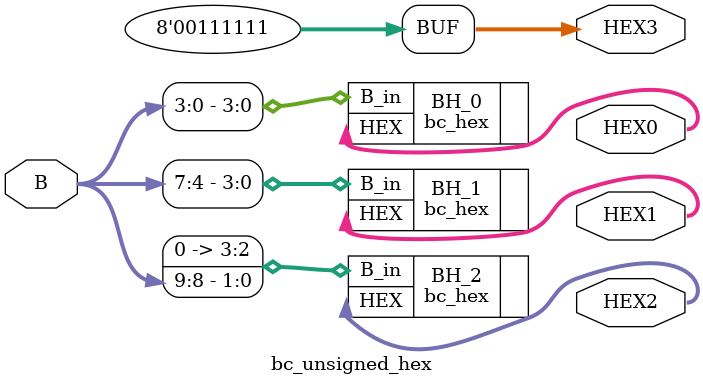
<source format=v>
module bc_unsigned_hex
(B, HEX0, HEX1, HEX2, HEX3);
  input [9:0] B;
  output [7:0] HEX0, HEX1, HEX2, HEX3;

  bc_hex BH_0(
    .B_in(B[3:0]),
    .HEX(HEX0)
  );

  bc_hex BH_1(
    .B_in(B[7:4]),
    .HEX(HEX1)
  );

  bc_hex BH_2(
    .B_in({2'b00, B[9:8]}),
    .HEX(HEX2)
  );

  assign HEX3 = 8'b0011_1111; // 7seg 0
endmodule
</source>
